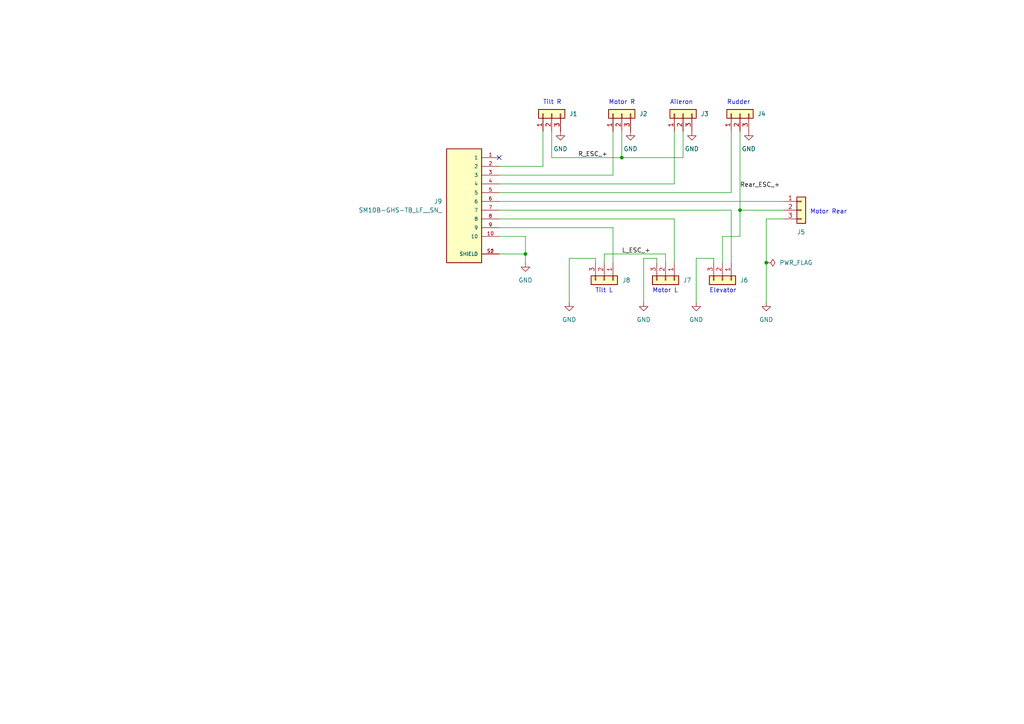
<source format=kicad_sch>
(kicad_sch (version 20230121) (generator eeschema)

  (uuid bef78a22-aa06-47d1-b4d7-1b9ec81574b3)

  (paper "A4")

  (lib_symbols
    (symbol "Connector_Generic:Conn_01x03" (pin_names (offset 1.016) hide) (in_bom yes) (on_board yes)
      (property "Reference" "J" (at 0 5.08 0)
        (effects (font (size 1.27 1.27)))
      )
      (property "Value" "Conn_01x03" (at 0 -5.08 0)
        (effects (font (size 1.27 1.27)))
      )
      (property "Footprint" "" (at 0 0 0)
        (effects (font (size 1.27 1.27)) hide)
      )
      (property "Datasheet" "~" (at 0 0 0)
        (effects (font (size 1.27 1.27)) hide)
      )
      (property "ki_keywords" "connector" (at 0 0 0)
        (effects (font (size 1.27 1.27)) hide)
      )
      (property "ki_description" "Generic connector, single row, 01x03, script generated (kicad-library-utils/schlib/autogen/connector/)" (at 0 0 0)
        (effects (font (size 1.27 1.27)) hide)
      )
      (property "ki_fp_filters" "Connector*:*_1x??_*" (at 0 0 0)
        (effects (font (size 1.27 1.27)) hide)
      )
      (symbol "Conn_01x03_1_1"
        (rectangle (start -1.27 -2.413) (end 0 -2.667)
          (stroke (width 0.1524) (type default))
          (fill (type none))
        )
        (rectangle (start -1.27 0.127) (end 0 -0.127)
          (stroke (width 0.1524) (type default))
          (fill (type none))
        )
        (rectangle (start -1.27 2.667) (end 0 2.413)
          (stroke (width 0.1524) (type default))
          (fill (type none))
        )
        (rectangle (start -1.27 3.81) (end 1.27 -3.81)
          (stroke (width 0.254) (type default))
          (fill (type background))
        )
        (pin passive line (at -5.08 2.54 0) (length 3.81)
          (name "Pin_1" (effects (font (size 1.27 1.27))))
          (number "1" (effects (font (size 1.27 1.27))))
        )
        (pin passive line (at -5.08 0 0) (length 3.81)
          (name "Pin_2" (effects (font (size 1.27 1.27))))
          (number "2" (effects (font (size 1.27 1.27))))
        )
        (pin passive line (at -5.08 -2.54 0) (length 3.81)
          (name "Pin_3" (effects (font (size 1.27 1.27))))
          (number "3" (effects (font (size 1.27 1.27))))
        )
      )
    )
    (symbol "SM10B-GHS-TB_LF__SN_:SM10B-GHS-TB_LF__SN_" (pin_names (offset 1.016)) (in_bom yes) (on_board yes)
      (property "Reference" "J" (at -5.0875 15.2626 0)
        (effects (font (size 1.27 1.27)) (justify left bottom))
      )
      (property "Value" "SM10B-GHS-TB_LF__SN_" (at -5.084 -20.3362 0)
        (effects (font (size 1.27 1.27)) (justify left bottom))
      )
      (property "Footprint" "SM10B-GHS-TB_LF__SN_:JST_SM10B-GHS-TB_LF__SN_" (at 0 0 0)
        (effects (font (size 1.27 1.27)) (justify bottom) hide)
      )
      (property "Datasheet" "" (at 0 0 0)
        (effects (font (size 1.27 1.27)) hide)
      )
      (property "MF" "JST Sales" (at 0 0 0)
        (effects (font (size 1.27 1.27)) (justify bottom) hide)
      )
      (property "Description" "\nConnector Header Surface Mount, Right Angle 10 position 0.049 (1.25mm)\n" (at 0 0 0)
        (effects (font (size 1.27 1.27)) (justify bottom) hide)
      )
      (property "Package" "None" (at 0 0 0)
        (effects (font (size 1.27 1.27)) (justify bottom) hide)
      )
      (property "Price" "None" (at 0 0 0)
        (effects (font (size 1.27 1.27)) (justify bottom) hide)
      )
      (property "Check_prices" "https://www.snapeda.com/parts/SM10B-GHS-TB(LF)(SN)/JST+Sales+America+Inc./view-part/?ref=eda" (at 0 0 0)
        (effects (font (size 1.27 1.27)) (justify bottom) hide)
      )
      (property "STANDARD" "Manufacturer Recommendations" (at 0 0 0)
        (effects (font (size 1.27 1.27)) (justify bottom) hide)
      )
      (property "SnapEDA_Link" "https://www.snapeda.com/parts/SM10B-GHS-TB(LF)(SN)/JST+Sales+America+Inc./view-part/?ref=snap" (at 0 0 0)
        (effects (font (size 1.27 1.27)) (justify bottom) hide)
      )
      (property "MP" "SM10B-GHS-TB(LF)(SN)" (at 0 0 0)
        (effects (font (size 1.27 1.27)) (justify bottom) hide)
      )
      (property "Availability" "In Stock" (at 0 0 0)
        (effects (font (size 1.27 1.27)) (justify bottom) hide)
      )
      (property "MANUFACTURER" "JST" (at 0 0 0)
        (effects (font (size 1.27 1.27)) (justify bottom) hide)
      )
      (symbol "SM10B-GHS-TB_LF__SN__0_0"
        (rectangle (start -5.08 -17.78) (end 5.08 15.24)
          (stroke (width 0.254) (type default))
          (fill (type background))
        )
        (pin passive line (at -10.16 12.7 0) (length 5.08)
          (name "1" (effects (font (size 1.016 1.016))))
          (number "1" (effects (font (size 1.016 1.016))))
        )
        (pin passive line (at -10.16 -10.16 0) (length 5.08)
          (name "10" (effects (font (size 1.016 1.016))))
          (number "10" (effects (font (size 1.016 1.016))))
        )
        (pin passive line (at -10.16 10.16 0) (length 5.08)
          (name "2" (effects (font (size 1.016 1.016))))
          (number "2" (effects (font (size 1.016 1.016))))
        )
        (pin passive line (at -10.16 7.62 0) (length 5.08)
          (name "3" (effects (font (size 1.016 1.016))))
          (number "3" (effects (font (size 1.016 1.016))))
        )
        (pin passive line (at -10.16 5.08 0) (length 5.08)
          (name "4" (effects (font (size 1.016 1.016))))
          (number "4" (effects (font (size 1.016 1.016))))
        )
        (pin passive line (at -10.16 2.54 0) (length 5.08)
          (name "5" (effects (font (size 1.016 1.016))))
          (number "5" (effects (font (size 1.016 1.016))))
        )
        (pin passive line (at -10.16 0 0) (length 5.08)
          (name "6" (effects (font (size 1.016 1.016))))
          (number "6" (effects (font (size 1.016 1.016))))
        )
        (pin passive line (at -10.16 -2.54 0) (length 5.08)
          (name "7" (effects (font (size 1.016 1.016))))
          (number "7" (effects (font (size 1.016 1.016))))
        )
        (pin passive line (at -10.16 -5.08 0) (length 5.08)
          (name "8" (effects (font (size 1.016 1.016))))
          (number "8" (effects (font (size 1.016 1.016))))
        )
        (pin passive line (at -10.16 -7.62 0) (length 5.08)
          (name "9" (effects (font (size 1.016 1.016))))
          (number "9" (effects (font (size 1.016 1.016))))
        )
        (pin passive line (at -10.16 -15.24 0) (length 5.08)
          (name "SHIELD" (effects (font (size 1.016 1.016))))
          (number "S1" (effects (font (size 1.016 1.016))))
        )
        (pin passive line (at -10.16 -15.24 0) (length 5.08)
          (name "SHIELD" (effects (font (size 1.016 1.016))))
          (number "S2" (effects (font (size 1.016 1.016))))
        )
      )
    )
    (symbol "power:GND" (power) (pin_names (offset 0)) (in_bom yes) (on_board yes)
      (property "Reference" "#PWR" (at 0 -6.35 0)
        (effects (font (size 1.27 1.27)) hide)
      )
      (property "Value" "GND" (at 0 -3.81 0)
        (effects (font (size 1.27 1.27)))
      )
      (property "Footprint" "" (at 0 0 0)
        (effects (font (size 1.27 1.27)) hide)
      )
      (property "Datasheet" "" (at 0 0 0)
        (effects (font (size 1.27 1.27)) hide)
      )
      (property "ki_keywords" "global power" (at 0 0 0)
        (effects (font (size 1.27 1.27)) hide)
      )
      (property "ki_description" "Power symbol creates a global label with name \"GND\" , ground" (at 0 0 0)
        (effects (font (size 1.27 1.27)) hide)
      )
      (symbol "GND_0_1"
        (polyline
          (pts
            (xy 0 0)
            (xy 0 -1.27)
            (xy 1.27 -1.27)
            (xy 0 -2.54)
            (xy -1.27 -1.27)
            (xy 0 -1.27)
          )
          (stroke (width 0) (type default))
          (fill (type none))
        )
      )
      (symbol "GND_1_1"
        (pin power_in line (at 0 0 270) (length 0) hide
          (name "GND" (effects (font (size 1.27 1.27))))
          (number "1" (effects (font (size 1.27 1.27))))
        )
      )
    )
    (symbol "power:PWR_FLAG" (power) (pin_numbers hide) (pin_names (offset 0) hide) (in_bom yes) (on_board yes)
      (property "Reference" "#FLG" (at 0 1.905 0)
        (effects (font (size 1.27 1.27)) hide)
      )
      (property "Value" "PWR_FLAG" (at 0 3.81 0)
        (effects (font (size 1.27 1.27)))
      )
      (property "Footprint" "" (at 0 0 0)
        (effects (font (size 1.27 1.27)) hide)
      )
      (property "Datasheet" "~" (at 0 0 0)
        (effects (font (size 1.27 1.27)) hide)
      )
      (property "ki_keywords" "flag power" (at 0 0 0)
        (effects (font (size 1.27 1.27)) hide)
      )
      (property "ki_description" "Special symbol for telling ERC where power comes from" (at 0 0 0)
        (effects (font (size 1.27 1.27)) hide)
      )
      (symbol "PWR_FLAG_0_0"
        (pin power_out line (at 0 0 90) (length 0)
          (name "pwr" (effects (font (size 1.27 1.27))))
          (number "1" (effects (font (size 1.27 1.27))))
        )
      )
      (symbol "PWR_FLAG_0_1"
        (polyline
          (pts
            (xy 0 0)
            (xy 0 1.27)
            (xy -1.016 1.905)
            (xy 0 2.54)
            (xy 1.016 1.905)
            (xy 0 1.27)
          )
          (stroke (width 0) (type default))
          (fill (type none))
        )
      )
    )
  )

  (junction (at 214.63 60.96) (diameter 0) (color 0 0 0 0)
    (uuid 2b03af64-a837-498b-9e63-f51ce40410a5)
  )
  (junction (at 152.4 73.66) (diameter 0) (color 0 0 0 0)
    (uuid b7d4b9b7-e1d4-44c8-9f27-6f3a78c44385)
  )
  (junction (at 222.25 76.2) (diameter 0) (color 0 0 0 0)
    (uuid c2e68e16-9e79-4676-b0b8-5a7478d66177)
  )
  (junction (at 180.34 45.72) (diameter 0) (color 0 0 0 0)
    (uuid c56aa383-2728-4734-9b61-1488f87f6ce4)
  )

  (no_connect (at 144.78 45.72) (uuid 2c0433d8-1f72-4b57-a0ed-6bad0078cf2b))

  (wire (pts (xy 152.4 68.58) (xy 152.4 73.66))
    (stroke (width 0) (type default))
    (uuid 03d6a1aa-93a7-4ab4-ae01-895c0b37e968)
  )
  (wire (pts (xy 222.25 63.5) (xy 222.25 76.2))
    (stroke (width 0) (type default))
    (uuid 0a01ed4b-47a1-4174-8050-6e5df4f17e1e)
  )
  (wire (pts (xy 175.26 73.66) (xy 175.26 76.2))
    (stroke (width 0) (type default))
    (uuid 0cf1900d-1584-498f-bf9e-8e2a9b015ef4)
  )
  (wire (pts (xy 207.01 74.93) (xy 201.93 74.93))
    (stroke (width 0) (type default))
    (uuid 15e03b0b-8228-43df-a436-a5f5ac6a9622)
  )
  (wire (pts (xy 207.01 76.2) (xy 207.01 74.93))
    (stroke (width 0) (type default))
    (uuid 16b28136-d2e0-45cd-b9ec-4f55465bac49)
  )
  (wire (pts (xy 177.8 66.04) (xy 144.78 66.04))
    (stroke (width 0) (type default))
    (uuid 19af9492-9d4d-4d5c-a306-154230cbd78a)
  )
  (wire (pts (xy 177.8 38.1) (xy 177.8 50.8))
    (stroke (width 0) (type default))
    (uuid 1c418c71-22de-43c4-8535-81bef936d6de)
  )
  (wire (pts (xy 227.33 63.5) (xy 222.25 63.5))
    (stroke (width 0) (type default))
    (uuid 1c849a93-e3cb-42ba-8b2e-71980cf36792)
  )
  (wire (pts (xy 190.5 74.93) (xy 186.69 74.93))
    (stroke (width 0) (type default))
    (uuid 2256ee86-7734-4620-8788-7a82d36a103a)
  )
  (wire (pts (xy 209.55 68.58) (xy 214.63 68.58))
    (stroke (width 0) (type default))
    (uuid 25036b1c-7caa-4571-80a4-6e28dfd008d7)
  )
  (wire (pts (xy 180.34 45.72) (xy 198.12 45.72))
    (stroke (width 0) (type default))
    (uuid 2992be50-2ab0-44e4-a7e6-5a82b8e4b42d)
  )
  (wire (pts (xy 209.55 76.2) (xy 209.55 68.58))
    (stroke (width 0) (type default))
    (uuid 2e079366-328d-4fa7-a939-09c1e351afd3)
  )
  (wire (pts (xy 157.48 48.26) (xy 157.48 38.1))
    (stroke (width 0) (type default))
    (uuid 378ebe8c-7009-495f-a37f-85306acee76d)
  )
  (wire (pts (xy 144.78 73.66) (xy 152.4 73.66))
    (stroke (width 0) (type default))
    (uuid 3b766a1d-8ebb-4135-88c3-1b62967ce4df)
  )
  (wire (pts (xy 177.8 50.8) (xy 144.78 50.8))
    (stroke (width 0) (type default))
    (uuid 3d279b46-b818-44df-abda-a603218be357)
  )
  (wire (pts (xy 152.4 73.66) (xy 152.4 76.2))
    (stroke (width 0) (type default))
    (uuid 41537a6d-1668-4f41-bc12-2f92e066b6df)
  )
  (wire (pts (xy 186.69 74.93) (xy 186.69 87.63))
    (stroke (width 0) (type default))
    (uuid 5094b73e-c57d-4ae6-ac84-56d9b5ebe2cf)
  )
  (wire (pts (xy 212.09 60.96) (xy 144.78 60.96))
    (stroke (width 0) (type default))
    (uuid 55c4de7f-741b-416b-947b-0eb930272d5a)
  )
  (wire (pts (xy 222.25 76.2) (xy 222.25 87.63))
    (stroke (width 0) (type default))
    (uuid 5760d862-4258-4c8b-bb59-4882d911094a)
  )
  (wire (pts (xy 160.02 45.72) (xy 180.34 45.72))
    (stroke (width 0) (type default))
    (uuid 61b5cea7-e04a-4b16-b337-13acb5cedba3)
  )
  (wire (pts (xy 212.09 38.1) (xy 212.09 55.88))
    (stroke (width 0) (type default))
    (uuid 64b2e7a8-42b9-4856-a991-b77aaefe1824)
  )
  (wire (pts (xy 198.12 38.1) (xy 198.12 45.72))
    (stroke (width 0) (type default))
    (uuid 654b1d58-464c-4b28-b93e-6368dc8efe9f)
  )
  (wire (pts (xy 214.63 38.1) (xy 214.63 60.96))
    (stroke (width 0) (type default))
    (uuid 67f141ef-05ee-4770-97d6-275e4b86e2e1)
  )
  (wire (pts (xy 201.93 74.93) (xy 201.93 87.63))
    (stroke (width 0) (type default))
    (uuid 6e52c0d4-b5cc-46f8-b017-61a0878d837b)
  )
  (wire (pts (xy 172.72 74.93) (xy 172.72 76.2))
    (stroke (width 0) (type default))
    (uuid 7544eb80-a9af-49a5-8473-7f843df1a7ba)
  )
  (wire (pts (xy 195.58 38.1) (xy 195.58 53.34))
    (stroke (width 0) (type default))
    (uuid 7d119a41-4837-4fbb-81ab-4908dc8b7d19)
  )
  (wire (pts (xy 193.04 73.66) (xy 175.26 73.66))
    (stroke (width 0) (type default))
    (uuid 7d23f68c-b436-40e7-b5be-2c831f7400b0)
  )
  (wire (pts (xy 165.1 74.93) (xy 172.72 74.93))
    (stroke (width 0) (type default))
    (uuid 862e733c-3806-4625-a506-d368405e97e0)
  )
  (wire (pts (xy 195.58 63.5) (xy 144.78 63.5))
    (stroke (width 0) (type default))
    (uuid 8e6c730b-07c6-4226-b8b3-f083cb0b90c9)
  )
  (wire (pts (xy 144.78 58.42) (xy 227.33 58.42))
    (stroke (width 0) (type default))
    (uuid 8ec4c73a-0c47-40c7-9362-6c3070ec56c0)
  )
  (wire (pts (xy 214.63 60.96) (xy 227.33 60.96))
    (stroke (width 0) (type default))
    (uuid 902200f1-5dcf-4620-8385-5224f1392773)
  )
  (wire (pts (xy 190.5 76.2) (xy 190.5 74.93))
    (stroke (width 0) (type default))
    (uuid 944772c4-7b6b-4948-9817-b8b4e4cb6eeb)
  )
  (wire (pts (xy 212.09 76.2) (xy 212.09 60.96))
    (stroke (width 0) (type default))
    (uuid 9adfff2c-113e-4532-ac7b-ffd66169e030)
  )
  (wire (pts (xy 195.58 53.34) (xy 144.78 53.34))
    (stroke (width 0) (type default))
    (uuid 9fa473f9-ca29-467c-a288-822e7ab1f2d2)
  )
  (wire (pts (xy 212.09 55.88) (xy 144.78 55.88))
    (stroke (width 0) (type default))
    (uuid b11e2463-b6dd-43f3-bf2c-ced13142460e)
  )
  (wire (pts (xy 195.58 76.2) (xy 195.58 63.5))
    (stroke (width 0) (type default))
    (uuid b98116c8-a054-4b0f-a274-a871b520723a)
  )
  (wire (pts (xy 160.02 45.72) (xy 160.02 38.1))
    (stroke (width 0) (type default))
    (uuid c023b1af-90ca-4ae1-b1a7-1c3afec58304)
  )
  (wire (pts (xy 144.78 68.58) (xy 152.4 68.58))
    (stroke (width 0) (type default))
    (uuid c9d807b9-f117-41a9-bae8-a5088cbc1af9)
  )
  (wire (pts (xy 165.1 74.93) (xy 165.1 87.63))
    (stroke (width 0) (type default))
    (uuid dc7cc773-99e5-4064-85b2-24061b486a5a)
  )
  (wire (pts (xy 180.34 38.1) (xy 180.34 45.72))
    (stroke (width 0) (type default))
    (uuid e390175c-329b-4ad6-801c-d5566fcb9544)
  )
  (wire (pts (xy 193.04 76.2) (xy 193.04 73.66))
    (stroke (width 0) (type default))
    (uuid e73171d2-a18e-4386-965b-661d7957fab8)
  )
  (wire (pts (xy 177.8 76.2) (xy 177.8 66.04))
    (stroke (width 0) (type default))
    (uuid f2644939-f3f7-4aa3-a956-06668a716f77)
  )
  (wire (pts (xy 144.78 48.26) (xy 157.48 48.26))
    (stroke (width 0) (type default))
    (uuid fe87dc8c-ac4b-4fd8-ab08-8637d67a567e)
  )
  (wire (pts (xy 214.63 68.58) (xy 214.63 60.96))
    (stroke (width 0) (type default))
    (uuid ff5a6f2a-5b97-4a7d-8869-0c4d34de2755)
  )

  (text "Motor L" (at 189.23 85.09 0)
    (effects (font (size 1.27 1.27)) (justify left bottom))
    (uuid 3637e132-4f60-4c6c-9bee-a3c9d0556439)
  )
  (text "Rudder" (at 210.82 30.48 0)
    (effects (font (size 1.27 1.27)) (justify left bottom))
    (uuid 4d74129d-d83e-4313-818f-7948ff703494)
  )
  (text "Elevator\n" (at 205.74 85.09 0)
    (effects (font (size 1.27 1.27)) (justify left bottom))
    (uuid 6cd653a8-5bc6-404b-a299-011f1c6113f0)
  )
  (text "Aileron" (at 194.31 30.48 0)
    (effects (font (size 1.27 1.27)) (justify left bottom))
    (uuid a66fa3c4-3fa6-498d-a4fa-d012c7899df4)
  )
  (text "Motor Rear\n" (at 234.95 62.23 0)
    (effects (font (size 1.27 1.27)) (justify left bottom))
    (uuid b6b6c6dd-1f08-4ee4-8493-adc7b594bd08)
  )
  (text "Tilt R" (at 157.48 30.48 0)
    (effects (font (size 1.27 1.27)) (justify left bottom))
    (uuid d72fdd45-1a2e-402d-b402-b6e547c76af5)
  )
  (text "Motor R" (at 176.53 30.48 0)
    (effects (font (size 1.27 1.27)) (justify left bottom))
    (uuid dc306989-23c6-45b4-9e06-eb59acc373b8)
  )
  (text "Tilt L\n" (at 177.8 85.09 0)
    (effects (font (size 1.27 1.27)) (justify right bottom))
    (uuid ff6db314-5733-4c2a-b1fb-b50bc322081b)
  )

  (label "Rear_ESC_+" (at 214.63 54.61 0) (fields_autoplaced)
    (effects (font (size 1.27 1.27)) (justify left bottom))
    (uuid aac3047f-80d9-439f-9489-1b82dbe1ed20)
  )
  (label "R_ESC_+" (at 167.64 45.72 0) (fields_autoplaced)
    (effects (font (size 1.27 1.27)) (justify left bottom))
    (uuid af2176be-1031-4ab3-a55c-de1cd9c96b65)
  )
  (label "L_ESC_+" (at 180.34 73.66 0) (fields_autoplaced)
    (effects (font (size 1.27 1.27)) (justify left bottom))
    (uuid c728cd0d-aed7-4cb6-bbb3-6d38d1fffb7f)
  )

  (symbol (lib_id "power:GND") (at 186.69 87.63 0) (unit 1)
    (in_bom yes) (on_board yes) (dnp no) (fields_autoplaced)
    (uuid 0de058a1-0459-47c3-be04-af2c593403d6)
    (property "Reference" "#PWR07" (at 186.69 93.98 0)
      (effects (font (size 1.27 1.27)) hide)
    )
    (property "Value" "GND" (at 186.69 92.71 0)
      (effects (font (size 1.27 1.27)))
    )
    (property "Footprint" "" (at 186.69 87.63 0)
      (effects (font (size 1.27 1.27)) hide)
    )
    (property "Datasheet" "" (at 186.69 87.63 0)
      (effects (font (size 1.27 1.27)) hide)
    )
    (pin "1" (uuid 1d029fb7-80c0-4b6d-bedf-7584ed91cc15))
    (instances
      (project "TRIDENT_PWM_HUB_Simplified"
        (path "/bef78a22-aa06-47d1-b4d7-1b9ec81574b3"
          (reference "#PWR07") (unit 1)
        )
      )
    )
  )

  (symbol (lib_id "power:GND") (at 217.17 38.1 0) (unit 1)
    (in_bom yes) (on_board yes) (dnp no) (fields_autoplaced)
    (uuid 33ffcc14-9ae3-4a84-af21-cd119ff88f96)
    (property "Reference" "#PWR02" (at 217.17 44.45 0)
      (effects (font (size 1.27 1.27)) hide)
    )
    (property "Value" "GND" (at 217.17 43.18 0)
      (effects (font (size 1.27 1.27)))
    )
    (property "Footprint" "" (at 217.17 38.1 0)
      (effects (font (size 1.27 1.27)) hide)
    )
    (property "Datasheet" "" (at 217.17 38.1 0)
      (effects (font (size 1.27 1.27)) hide)
    )
    (pin "1" (uuid 374764ab-26ed-4435-be7b-716f4b024dab))
    (instances
      (project "TRIDENT_PWM_HUB_Simplified"
        (path "/bef78a22-aa06-47d1-b4d7-1b9ec81574b3"
          (reference "#PWR02") (unit 1)
        )
      )
    )
  )

  (symbol (lib_id "Connector_Generic:Conn_01x03") (at 214.63 33.02 90) (unit 1)
    (in_bom yes) (on_board yes) (dnp no)
    (uuid 3f2cde90-f995-4831-a56e-e386ca823332)
    (property "Reference" "J4" (at 219.71 33.02 90)
      (effects (font (size 1.27 1.27)) (justify right))
    )
    (property "Value" "Conn_01x03" (at 219.71 34.29 90)
      (effects (font (size 1.27 1.27)) (justify right) hide)
    )
    (property "Footprint" "3rd Party Footprints:SAMTEC_TSW-103-08-G-S-RA" (at 214.63 33.02 0)
      (effects (font (size 1.27 1.27)) hide)
    )
    (property "Datasheet" "~" (at 214.63 33.02 0)
      (effects (font (size 1.27 1.27)) hide)
    )
    (pin "1" (uuid 0ab99fe2-b8fa-4e2c-af79-2a6365609340))
    (pin "2" (uuid 58dae020-05df-4379-8fbc-4a33c21a15f0))
    (pin "3" (uuid 765ebd6b-f31b-4f62-87b7-3f01861472d3))
    (instances
      (project "TRIDENT_PWM_HUB_Simplified"
        (path "/bef78a22-aa06-47d1-b4d7-1b9ec81574b3"
          (reference "J4") (unit 1)
        )
      )
    )
  )

  (symbol (lib_id "Connector_Generic:Conn_01x03") (at 193.04 81.28 270) (unit 1)
    (in_bom yes) (on_board yes) (dnp no) (fields_autoplaced)
    (uuid 42d3588d-f76c-4d9a-9f3e-fea959803a0b)
    (property "Reference" "J7" (at 198.12 81.28 90)
      (effects (font (size 1.27 1.27)) (justify left))
    )
    (property "Value" "Conn_01x03" (at 187.96 80.01 90)
      (effects (font (size 1.27 1.27)) (justify right) hide)
    )
    (property "Footprint" "3rd Party Footprints:SAMTEC_TSW-103-08-G-S-RA" (at 193.04 81.28 0)
      (effects (font (size 1.27 1.27)) hide)
    )
    (property "Datasheet" "~" (at 193.04 81.28 0)
      (effects (font (size 1.27 1.27)) hide)
    )
    (pin "1" (uuid 04d89274-6532-4d39-a91f-288e3d967211))
    (pin "2" (uuid 99dfab53-886c-4b42-8563-3e29be7f9b19))
    (pin "3" (uuid 7863197c-7895-458c-b9be-dfde83a09774))
    (instances
      (project "TRIDENT_PWM_HUB_Simplified"
        (path "/bef78a22-aa06-47d1-b4d7-1b9ec81574b3"
          (reference "J7") (unit 1)
        )
      )
    )
  )

  (symbol (lib_id "power:GND") (at 200.66 38.1 0) (unit 1)
    (in_bom yes) (on_board yes) (dnp no) (fields_autoplaced)
    (uuid 50b008ae-ed22-4059-9d94-62357b44f885)
    (property "Reference" "#PWR09" (at 200.66 44.45 0)
      (effects (font (size 1.27 1.27)) hide)
    )
    (property "Value" "GND" (at 200.66 43.18 0)
      (effects (font (size 1.27 1.27)))
    )
    (property "Footprint" "" (at 200.66 38.1 0)
      (effects (font (size 1.27 1.27)) hide)
    )
    (property "Datasheet" "" (at 200.66 38.1 0)
      (effects (font (size 1.27 1.27)) hide)
    )
    (pin "1" (uuid 1cb4b24c-0823-4082-a74c-7637709a308c))
    (instances
      (project "TRIDENT_PWM_HUB_Simplified"
        (path "/bef78a22-aa06-47d1-b4d7-1b9ec81574b3"
          (reference "#PWR09") (unit 1)
        )
      )
    )
  )

  (symbol (lib_id "power:GND") (at 182.88 38.1 0) (unit 1)
    (in_bom yes) (on_board yes) (dnp no) (fields_autoplaced)
    (uuid 56e7567b-d4f4-479e-83ac-ec7bdd6cf48a)
    (property "Reference" "#PWR04" (at 182.88 44.45 0)
      (effects (font (size 1.27 1.27)) hide)
    )
    (property "Value" "GND" (at 182.88 43.18 0)
      (effects (font (size 1.27 1.27)))
    )
    (property "Footprint" "" (at 182.88 38.1 0)
      (effects (font (size 1.27 1.27)) hide)
    )
    (property "Datasheet" "" (at 182.88 38.1 0)
      (effects (font (size 1.27 1.27)) hide)
    )
    (pin "1" (uuid 92bf5229-f117-4b98-ae7a-938b74ad1692))
    (instances
      (project "TRIDENT_PWM_HUB_Simplified"
        (path "/bef78a22-aa06-47d1-b4d7-1b9ec81574b3"
          (reference "#PWR04") (unit 1)
        )
      )
    )
  )

  (symbol (lib_id "Connector_Generic:Conn_01x03") (at 232.41 60.96 0) (unit 1)
    (in_bom yes) (on_board yes) (dnp no)
    (uuid 6bf737ba-22bf-4933-aecb-9def1d94ed5f)
    (property "Reference" "J5" (at 231.14 67.31 0)
      (effects (font (size 1.27 1.27)) (justify left))
    )
    (property "Value" "Conn_01x03" (at 234.95 62.23 0)
      (effects (font (size 1.27 1.27)) (justify left) hide)
    )
    (property "Footprint" "3rd Party Footprints:SAMTEC_TSW-103-08-G-S-RA" (at 232.41 60.96 0)
      (effects (font (size 1.27 1.27)) hide)
    )
    (property "Datasheet" "~" (at 232.41 60.96 0)
      (effects (font (size 1.27 1.27)) hide)
    )
    (pin "1" (uuid 32dbd1de-07fc-4552-ab4d-d92b8da57251))
    (pin "2" (uuid c743ab56-a982-46a4-b542-9f61b5aa971e))
    (pin "3" (uuid bcf88a14-212c-4397-a2fe-0bb9d6913231))
    (instances
      (project "TRIDENT_PWM_HUB_Simplified"
        (path "/bef78a22-aa06-47d1-b4d7-1b9ec81574b3"
          (reference "J5") (unit 1)
        )
      )
    )
  )

  (symbol (lib_id "Connector_Generic:Conn_01x03") (at 198.12 33.02 90) (unit 1)
    (in_bom yes) (on_board yes) (dnp no)
    (uuid 7aaec3f4-df25-4505-b771-d2b0c841be2c)
    (property "Reference" "J3" (at 203.2 33.02 90)
      (effects (font (size 1.27 1.27)) (justify right))
    )
    (property "Value" "Conn_01x03" (at 203.2 34.29 90)
      (effects (font (size 1.27 1.27)) (justify right) hide)
    )
    (property "Footprint" "3rd Party Footprints:SAMTEC_TSW-103-08-G-S-RA" (at 198.12 33.02 0)
      (effects (font (size 1.27 1.27)) hide)
    )
    (property "Datasheet" "~" (at 198.12 33.02 0)
      (effects (font (size 1.27 1.27)) hide)
    )
    (pin "1" (uuid af4e1489-ecb2-4bd6-9613-e386585a0dc3))
    (pin "2" (uuid 5ed95ae3-21ac-4ec5-a7cd-8b5e3c7a113c))
    (pin "3" (uuid e8b9a1ff-947d-4bac-8f0f-91590c3ff30c))
    (instances
      (project "TRIDENT_PWM_HUB_Simplified"
        (path "/bef78a22-aa06-47d1-b4d7-1b9ec81574b3"
          (reference "J3") (unit 1)
        )
      )
    )
  )

  (symbol (lib_id "power:GND") (at 152.4 76.2 0) (unit 1)
    (in_bom yes) (on_board yes) (dnp no) (fields_autoplaced)
    (uuid 887e7f76-c440-40d0-aa84-ac50a113c448)
    (property "Reference" "#PWR010" (at 152.4 82.55 0)
      (effects (font (size 1.27 1.27)) hide)
    )
    (property "Value" "GND" (at 152.4 81.28 0)
      (effects (font (size 1.27 1.27)))
    )
    (property "Footprint" "" (at 152.4 76.2 0)
      (effects (font (size 1.27 1.27)) hide)
    )
    (property "Datasheet" "" (at 152.4 76.2 0)
      (effects (font (size 1.27 1.27)) hide)
    )
    (pin "1" (uuid fd54e38a-3d51-4b46-a00d-9cb3e19b2491))
    (instances
      (project "TRIDENT_PWM_HUB_Simplified"
        (path "/bef78a22-aa06-47d1-b4d7-1b9ec81574b3"
          (reference "#PWR010") (unit 1)
        )
      )
    )
  )

  (symbol (lib_id "Connector_Generic:Conn_01x03") (at 180.34 33.02 90) (unit 1)
    (in_bom yes) (on_board yes) (dnp no)
    (uuid 962335e2-28c5-4492-b00b-a226d0357a6c)
    (property "Reference" "J2" (at 185.42 33.02 90)
      (effects (font (size 1.27 1.27)) (justify right))
    )
    (property "Value" "Conn_01x03" (at 185.42 34.29 90)
      (effects (font (size 1.27 1.27)) (justify right) hide)
    )
    (property "Footprint" "3rd Party Footprints:SAMTEC_TSW-103-08-G-S-RA" (at 180.34 33.02 0)
      (effects (font (size 1.27 1.27)) hide)
    )
    (property "Datasheet" "~" (at 180.34 33.02 0)
      (effects (font (size 1.27 1.27)) hide)
    )
    (pin "1" (uuid a99558e4-e665-4af0-8870-387d1d5e8969))
    (pin "2" (uuid b6ec80f1-9f32-4565-ac68-65dce7dc06c7))
    (pin "3" (uuid 396fb873-7695-47e2-a11f-3c14fb083cc7))
    (instances
      (project "TRIDENT_PWM_HUB_Simplified"
        (path "/bef78a22-aa06-47d1-b4d7-1b9ec81574b3"
          (reference "J2") (unit 1)
        )
      )
    )
  )

  (symbol (lib_id "power:PWR_FLAG") (at 222.25 76.2 270) (unit 1)
    (in_bom yes) (on_board yes) (dnp no) (fields_autoplaced)
    (uuid 97da3cd1-5a54-45db-8002-cce1dc406d7a)
    (property "Reference" "#FLG01" (at 224.155 76.2 0)
      (effects (font (size 1.27 1.27)) hide)
    )
    (property "Value" "PWR_FLAG" (at 226.06 76.2 90)
      (effects (font (size 1.27 1.27)) (justify left))
    )
    (property "Footprint" "" (at 222.25 76.2 0)
      (effects (font (size 1.27 1.27)) hide)
    )
    (property "Datasheet" "~" (at 222.25 76.2 0)
      (effects (font (size 1.27 1.27)) hide)
    )
    (pin "1" (uuid 24fb445c-8034-4fe8-996e-eb54e77c8bf6))
    (instances
      (project "TRIDENT_PWM_HUB_Simplified"
        (path "/bef78a22-aa06-47d1-b4d7-1b9ec81574b3"
          (reference "#FLG01") (unit 1)
        )
      )
    )
  )

  (symbol (lib_id "power:GND") (at 165.1 87.63 0) (unit 1)
    (in_bom yes) (on_board yes) (dnp no) (fields_autoplaced)
    (uuid a6ef8c92-3942-45d5-9407-0412a0914fb3)
    (property "Reference" "#PWR08" (at 165.1 93.98 0)
      (effects (font (size 1.27 1.27)) hide)
    )
    (property "Value" "GND" (at 165.1 92.71 0)
      (effects (font (size 1.27 1.27)))
    )
    (property "Footprint" "" (at 165.1 87.63 0)
      (effects (font (size 1.27 1.27)) hide)
    )
    (property "Datasheet" "" (at 165.1 87.63 0)
      (effects (font (size 1.27 1.27)) hide)
    )
    (pin "1" (uuid 2977b088-6e11-42a1-b8f0-55c9615aac2d))
    (instances
      (project "TRIDENT_PWM_HUB_Simplified"
        (path "/bef78a22-aa06-47d1-b4d7-1b9ec81574b3"
          (reference "#PWR08") (unit 1)
        )
      )
    )
  )

  (symbol (lib_id "power:GND") (at 222.25 87.63 0) (unit 1)
    (in_bom yes) (on_board yes) (dnp no) (fields_autoplaced)
    (uuid a97be5bd-cf81-45b4-9a27-d1ebbe128b1b)
    (property "Reference" "#PWR03" (at 222.25 93.98 0)
      (effects (font (size 1.27 1.27)) hide)
    )
    (property "Value" "GND" (at 222.25 92.71 0)
      (effects (font (size 1.27 1.27)))
    )
    (property "Footprint" "" (at 222.25 87.63 0)
      (effects (font (size 1.27 1.27)) hide)
    )
    (property "Datasheet" "" (at 222.25 87.63 0)
      (effects (font (size 1.27 1.27)) hide)
    )
    (pin "1" (uuid 17d43421-8e7c-4d09-83ef-060b3644c68d))
    (instances
      (project "TRIDENT_PWM_HUB_Simplified"
        (path "/bef78a22-aa06-47d1-b4d7-1b9ec81574b3"
          (reference "#PWR03") (unit 1)
        )
      )
    )
  )

  (symbol (lib_id "power:GND") (at 162.56 38.1 0) (unit 1)
    (in_bom yes) (on_board yes) (dnp no) (fields_autoplaced)
    (uuid b5f47e24-983b-4436-a46d-f2638106cb7a)
    (property "Reference" "#PWR01" (at 162.56 44.45 0)
      (effects (font (size 1.27 1.27)) hide)
    )
    (property "Value" "GND" (at 162.56 43.18 0)
      (effects (font (size 1.27 1.27)))
    )
    (property "Footprint" "" (at 162.56 38.1 0)
      (effects (font (size 1.27 1.27)) hide)
    )
    (property "Datasheet" "" (at 162.56 38.1 0)
      (effects (font (size 1.27 1.27)) hide)
    )
    (pin "1" (uuid ef66806a-f5fb-46f7-a528-c0654c69d957))
    (instances
      (project "TRIDENT_PWM_HUB_Simplified"
        (path "/bef78a22-aa06-47d1-b4d7-1b9ec81574b3"
          (reference "#PWR01") (unit 1)
        )
      )
    )
  )

  (symbol (lib_id "Connector_Generic:Conn_01x03") (at 160.02 33.02 90) (unit 1)
    (in_bom yes) (on_board yes) (dnp no)
    (uuid b8e15027-4dc3-4bb0-95ab-90ccaf8d68d4)
    (property "Reference" "J1" (at 165.1 33.02 90)
      (effects (font (size 1.27 1.27)) (justify right))
    )
    (property "Value" "Conn_01x03" (at 165.1 34.29 90)
      (effects (font (size 1.27 1.27)) (justify right) hide)
    )
    (property "Footprint" "3rd Party Footprints:SAMTEC_TSW-103-08-G-S-RA" (at 160.02 33.02 0)
      (effects (font (size 1.27 1.27)) hide)
    )
    (property "Datasheet" "~" (at 160.02 33.02 0)
      (effects (font (size 1.27 1.27)) hide)
    )
    (pin "1" (uuid d27cac1d-8ec5-4e92-b980-7f0aa8793bff))
    (pin "2" (uuid 301d3662-e7f5-4242-bf22-39a5513ed56d))
    (pin "3" (uuid e82f805b-da09-4345-a10d-eb24fe3c9d91))
    (instances
      (project "TRIDENT_PWM_HUB_Simplified"
        (path "/bef78a22-aa06-47d1-b4d7-1b9ec81574b3"
          (reference "J1") (unit 1)
        )
      )
    )
  )

  (symbol (lib_id "Connector_Generic:Conn_01x03") (at 175.26 81.28 270) (unit 1)
    (in_bom yes) (on_board yes) (dnp no)
    (uuid d34b6d63-bd6e-45da-bcac-a4f63f959781)
    (property "Reference" "J8" (at 182.88 81.28 90)
      (effects (font (size 1.27 1.27)) (justify right))
    )
    (property "Value" "Conn_01x03" (at 170.18 80.01 90)
      (effects (font (size 1.27 1.27)) (justify right) hide)
    )
    (property "Footprint" "3rd Party Footprints:SAMTEC_TSW-103-08-G-S-RA" (at 175.26 81.28 0)
      (effects (font (size 1.27 1.27)) hide)
    )
    (property "Datasheet" "~" (at 175.26 81.28 0)
      (effects (font (size 1.27 1.27)) hide)
    )
    (pin "1" (uuid c2a2dccd-80dc-42c7-bf7f-689c2f2bf412))
    (pin "2" (uuid af3419b9-77d9-4110-8582-079afc6d4992))
    (pin "3" (uuid 99957528-e3e7-488a-be04-c0aa8c7d9f12))
    (instances
      (project "TRIDENT_PWM_HUB_Simplified"
        (path "/bef78a22-aa06-47d1-b4d7-1b9ec81574b3"
          (reference "J8") (unit 1)
        )
      )
    )
  )

  (symbol (lib_id "power:GND") (at 201.93 87.63 0) (unit 1)
    (in_bom yes) (on_board yes) (dnp no) (fields_autoplaced)
    (uuid e6c76b61-61f6-4be2-b912-d2e6a73b1d3e)
    (property "Reference" "#PWR05" (at 201.93 93.98 0)
      (effects (font (size 1.27 1.27)) hide)
    )
    (property "Value" "GND" (at 201.93 92.71 0)
      (effects (font (size 1.27 1.27)))
    )
    (property "Footprint" "" (at 201.93 87.63 0)
      (effects (font (size 1.27 1.27)) hide)
    )
    (property "Datasheet" "" (at 201.93 87.63 0)
      (effects (font (size 1.27 1.27)) hide)
    )
    (pin "1" (uuid 71818c2f-42aa-473a-a6fe-2b147c006388))
    (instances
      (project "TRIDENT_PWM_HUB_Simplified"
        (path "/bef78a22-aa06-47d1-b4d7-1b9ec81574b3"
          (reference "#PWR05") (unit 1)
        )
      )
    )
  )

  (symbol (lib_id "SM10B-GHS-TB_LF__SN_:SM10B-GHS-TB_LF__SN_") (at 134.62 58.42 0) (mirror y) (unit 1)
    (in_bom yes) (on_board yes) (dnp no)
    (uuid efce9d61-251f-4ba8-8fd3-db0783fb82e1)
    (property "Reference" "J9" (at 128.27 58.42 0)
      (effects (font (size 1.27 1.27)) (justify left))
    )
    (property "Value" "SM10B-GHS-TB_LF__SN_" (at 128.27 60.96 0)
      (effects (font (size 1.27 1.27)) (justify left))
    )
    (property "Footprint" "3rd Party Footprints:JST_SM10B-GHS-TB_LF__SN_" (at 134.62 58.42 0)
      (effects (font (size 1.27 1.27)) (justify bottom) hide)
    )
    (property "Datasheet" "" (at 134.62 58.42 0)
      (effects (font (size 1.27 1.27)) hide)
    )
    (property "MF" "JST Sales" (at 134.62 58.42 0)
      (effects (font (size 1.27 1.27)) (justify bottom) hide)
    )
    (property "Description" "\nConnector Header Surface Mount, Right Angle 10 position 0.049 (1.25mm)\n" (at 134.62 58.42 0)
      (effects (font (size 1.27 1.27)) (justify bottom) hide)
    )
    (property "Package" "None" (at 134.62 58.42 0)
      (effects (font (size 1.27 1.27)) (justify bottom) hide)
    )
    (property "Price" "None" (at 134.62 58.42 0)
      (effects (font (size 1.27 1.27)) (justify bottom) hide)
    )
    (property "Check_prices" "https://www.snapeda.com/parts/SM10B-GHS-TB(LF)(SN)/JST+Sales+America+Inc./view-part/?ref=eda" (at 134.62 58.42 0)
      (effects (font (size 1.27 1.27)) (justify bottom) hide)
    )
    (property "STANDARD" "Manufacturer Recommendations" (at 134.62 58.42 0)
      (effects (font (size 1.27 1.27)) (justify bottom) hide)
    )
    (property "SnapEDA_Link" "https://www.snapeda.com/parts/SM10B-GHS-TB(LF)(SN)/JST+Sales+America+Inc./view-part/?ref=snap" (at 134.62 58.42 0)
      (effects (font (size 1.27 1.27)) (justify bottom) hide)
    )
    (property "MP" "SM10B-GHS-TB(LF)(SN)" (at 134.62 58.42 0)
      (effects (font (size 1.27 1.27)) (justify bottom) hide)
    )
    (property "Availability" "In Stock" (at 134.62 58.42 0)
      (effects (font (size 1.27 1.27)) (justify bottom) hide)
    )
    (property "MANUFACTURER" "JST" (at 134.62 58.42 0)
      (effects (font (size 1.27 1.27)) (justify bottom) hide)
    )
    (pin "1" (uuid 3a80ca77-0912-40f6-8483-d24ce15c1909))
    (pin "10" (uuid 2d72934c-2ff2-4983-a999-3c5b120a3218))
    (pin "2" (uuid 9c67ed4c-ef8f-4278-bea5-3588eb4d5e5e))
    (pin "3" (uuid 9c3b8bae-d5dc-4a93-b010-bf91a2260bab))
    (pin "4" (uuid 6ec2c7d7-a737-4b05-aea9-161f8737ac70))
    (pin "5" (uuid 0844b0ea-b926-4d44-9e44-38f3f7b552d4))
    (pin "6" (uuid ee90aa99-f196-49d2-93c6-475c9c406258))
    (pin "7" (uuid 7b5073c7-402f-4d2f-99ba-a56dcf3ac389))
    (pin "8" (uuid 4abf6947-7624-4bc5-8bb4-34c6ff9ec49a))
    (pin "9" (uuid ed77c367-05ed-4108-84fd-df99d61788a9))
    (pin "S1" (uuid 665d3e20-f316-4d11-9575-f186c24357d8))
    (pin "S2" (uuid b884f1d9-cc99-42b5-9770-c6f9ad840744))
    (instances
      (project "TRIDENT_PWM_HUB_Simplified"
        (path "/bef78a22-aa06-47d1-b4d7-1b9ec81574b3"
          (reference "J9") (unit 1)
        )
      )
    )
  )

  (symbol (lib_id "Connector_Generic:Conn_01x03") (at 209.55 81.28 270) (unit 1)
    (in_bom yes) (on_board yes) (dnp no)
    (uuid fc36b1bc-3a23-49a4-853b-a9a4b389ae5b)
    (property "Reference" "J6" (at 214.63 81.28 90)
      (effects (font (size 1.27 1.27)) (justify left))
    )
    (property "Value" "Conn_01x03" (at 214.63 82.55 90)
      (effects (font (size 1.27 1.27)) (justify left) hide)
    )
    (property "Footprint" "3rd Party Footprints:SAMTEC_TSW-103-08-G-S-RA" (at 209.55 81.28 0)
      (effects (font (size 1.27 1.27)) hide)
    )
    (property "Datasheet" "~" (at 209.55 81.28 0)
      (effects (font (size 1.27 1.27)) hide)
    )
    (pin "1" (uuid 6b30c214-9cc2-472b-8bc1-7b70d1cc006f))
    (pin "2" (uuid 73ff3b18-cdad-4421-b58d-a1c526f6255d))
    (pin "3" (uuid 302bda11-30c6-4a49-abcb-07619af3f8b9))
    (instances
      (project "TRIDENT_PWM_HUB_Simplified"
        (path "/bef78a22-aa06-47d1-b4d7-1b9ec81574b3"
          (reference "J6") (unit 1)
        )
      )
    )
  )

  (sheet_instances
    (path "/" (page "1"))
  )
)

</source>
